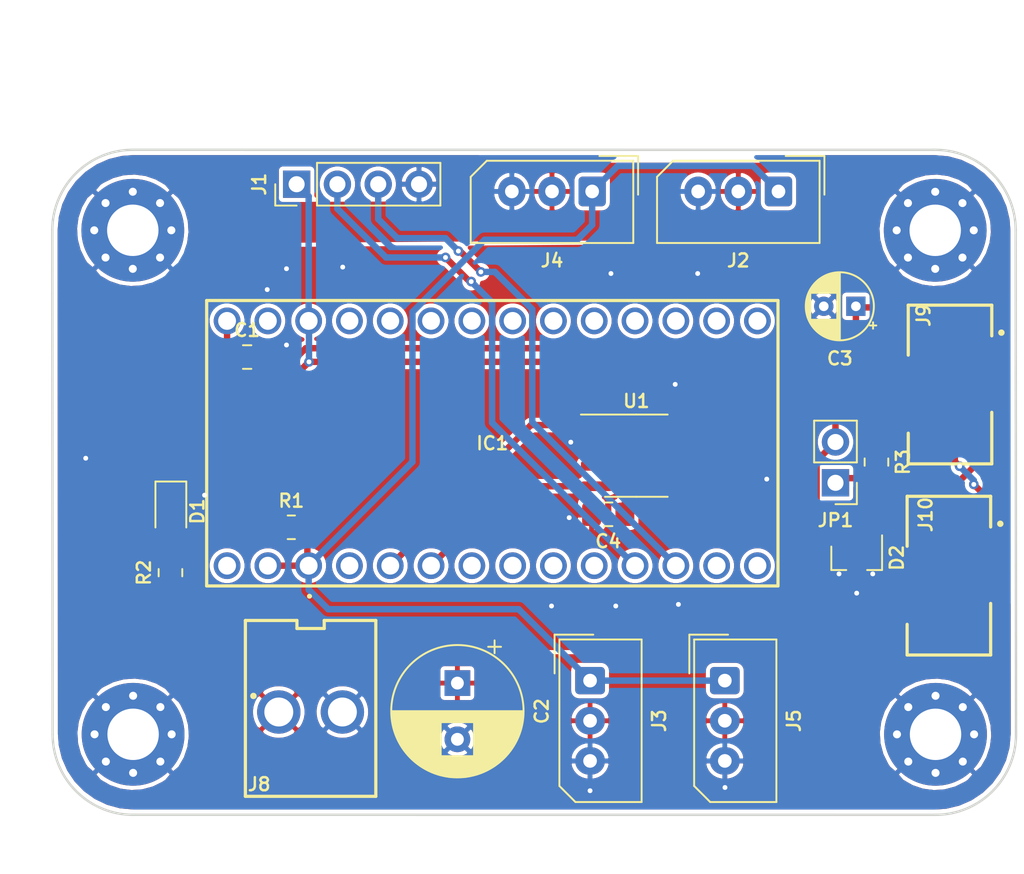
<source format=kicad_pcb>
(kicad_pcb (version 20171130) (host pcbnew "(5.1.8)-1")
  (layers (0 F.Cu signal) (31 B.Cu signal) (34 B.Paste user) (35 F.Paste user) (36 B.SilkS user) (37 F.SilkS user) (38 B.Mask user) (39 F.Mask user) (44 Edge.Cuts user))
  (net 0 "")
  (net 1 +5V)
  (net 2 GND)
  (net 3 +12V)
  (net 4 +3V3)
  (net 5 "Net-(D1-Pad2)")
  (net 6 /CANH)
  (net 7 /CANL)
  (net 8 /AX12_BUS)
  (net 9 "Net-(IC1-Pad36)")
  (net 10 "Net-(IC1-Pad25)")
  (net 11 "Net-(IC1-Pad23)")
  (net 12 "Net-(IC1-Pad22)")
  (net 13 "Net-(IC1-Pad21)")
  (net 14 "Net-(IC1-Pad20)")
  (net 15 "Net-(IC1-Pad19)")
  (net 16 "Net-(IC1-Pad18)")
  (net 17 "Net-(IC1-Pad17)")
  (net 18 "Net-(IC1-Pad16)")
  (net 19 "Net-(IC1-Pad15)")
  (net 20 "Net-(IC1-Pad14)")
  (net 21 "Net-(IC1-Pad13)")
  (net 22 "Net-(IC1-Pad12)")
  (net 23 "Net-(IC1-Pad11)")
  (net 24 /RX)
  (net 25 /TX)
  (net 26 "Net-(IC1-Pad8)")
  (net 27 "Net-(IC1-Pad7)")
  (net 28 "Net-(IC1-Pad6)")
  (net 29 "Net-(IC1-Pad5)")
  (net 30 /CANRX)
  (net 31 /CANTX)
  (net 32 "Net-(IC1-Pad2)")
  (net 33 "Net-(JP1-Pad1)")
  (net 34 "Net-(U1-Pad5)")
  (net 35 "Net-(U1-Pad8)")
  (module AREA_lib_Connector:690367290476 (layer F.Cu) (at 159.51 59.11 90)
    (fp_text reference J9 (at 4.3 -1.65 90) (layer F.SilkS) (effects (font (size 0.8128 0.8128) (thickness 0.1524))))
    (fp_text value Conn_CAN)
    (pad 1 smd rect (at 1.905 2.25 90) (size 1.5 3) (layers F.Cu F.Paste F.Mask) (net 1 +5V))
    (pad 3 smd rect (at -0.635 2.25 90) (size 1.5 3) (layers F.Cu F.Paste F.Mask) (net 7 /CANL))
    (pad 2 smd rect (at 0.635 -2.25 90) (size 1.5 3) (layers F.Cu F.Paste F.Mask) (net 6 /CANH))
    (pad 4 smd rect (at -1.905 -2.25 90) (size 1.5 3) (layers F.Cu F.Paste F.Mask) (net 2 GND))
  )
  (module AREA_lib_Connector:690367290476 (layer F.Cu) (at 159.44 71.01 90)
    (fp_text reference J10 (at 3.8 -1.45 90) (layer F.SilkS) (effects (font (size 0.8128 0.8128) (thickness 0.1524))))
    (fp_text value Conn_CAN)
    (pad 1 smd rect (at 1.905 2.25 90) (size 1.5 3) (layers F.Cu F.Paste F.Mask) (net 1 +5V))
    (pad 3 smd rect (at -0.635 2.25 90) (size 1.5 3) (layers F.Cu F.Paste F.Mask) (net 7 /CANL))
    (pad 2 smd rect (at 0.635 -2.25 90) (size 1.5 3) (layers F.Cu F.Paste F.Mask) (net 6 /CANH))
    (pad 4 smd rect (at -1.905 -2.25 90) (size 1.5 3) (layers F.Cu F.Paste F.Mask) (net 2 GND))
  )
  (module Connector_Molex:Molex_SPOX_5267-03A_1x03_P2.50mm_Vertical (layer F.Cu) (at 145.49 77.545001 270)
    (fp_text reference J5 (at 2.5 -4.3 90) (layer F.SilkS) (effects (font (size 0.8128 0.8128) (thickness 0.1524))))
    (fp_text value AX12)
    (pad 3 thru_hole oval (at 5 0 270) (size 1.7 1.85) (drill 0.85) (layers *.Cu *.Mask) (net 2 GND))
    (pad 2 thru_hole oval (at 2.5 0 270) (size 1.7 1.85) (drill 0.85) (layers *.Cu *.Mask) (net 3 +12V))
    (pad 1 thru_hole roundrect (at 0 0 270) (size 1.7 1.85) (drill 0.85) (layers *.Cu *.Mask) (roundrect_rratio 0.147059) (net 8 /AX12_BUS))
  )
  (module AREA_lib_composant:TEENSY32 (layer F.Cu) (at 119.58 70.39)
    (fp_text reference IC1 (at 11.435 -7.62) (layer F.SilkS) (effects (font (size 0.8128 0.8128) (thickness 0.1524))))
    (fp_text value TEENSY3.2 hide)
    (pad 1 thru_hole circle (at 0 0) (size 1.665 1.665) (drill 1.11) (layers *.Cu *.Mask) (net 8 /AX12_BUS))
    (pad 2 thru_hole circle (at 2.54 0) (size 1.665 1.665) (drill 1.11) (layers *.Cu *.Mask) (net 32 "Net-(IC1-Pad2)"))
    (pad 3 thru_hole circle (at 5.08 0) (size 1.665 1.665) (drill 1.11) (layers *.Cu *.Mask) (net 31 /CANTX))
    (pad 4 thru_hole circle (at 7.62 0) (size 1.665 1.665) (drill 1.11) (layers *.Cu *.Mask) (net 30 /CANRX))
    (pad 5 thru_hole circle (at 10.16 0) (size 1.665 1.665) (drill 1.11) (layers *.Cu *.Mask) (net 29 "Net-(IC1-Pad5)"))
    (pad 6 thru_hole circle (at 12.7 0) (size 1.665 1.665) (drill 1.11) (layers *.Cu *.Mask) (net 28 "Net-(IC1-Pad6)"))
    (pad 7 thru_hole circle (at 15.24 0) (size 1.665 1.665) (drill 1.11) (layers *.Cu *.Mask) (net 27 "Net-(IC1-Pad7)"))
    (pad 8 thru_hole circle (at 17.78 0) (size 1.665 1.665) (drill 1.11) (layers *.Cu *.Mask) (net 26 "Net-(IC1-Pad8)"))
    (pad 9 thru_hole circle (at 20.32 0) (size 1.665 1.665) (drill 1.11) (layers *.Cu *.Mask) (net 25 /TX))
    (pad 10 thru_hole circle (at 22.86 0) (size 1.665 1.665) (drill 1.11) (layers *.Cu *.Mask) (net 24 /RX))
    (pad 11 thru_hole circle (at 25.4 0) (size 1.665 1.665) (drill 1.11) (layers *.Cu *.Mask) (net 23 "Net-(IC1-Pad11)"))
    (pad 12 thru_hole circle (at 27.94 0) (size 1.665 1.665) (drill 1.11) (layers *.Cu *.Mask) (net 22 "Net-(IC1-Pad12)"))
    (pad 13 thru_hole circle (at 27.94 -15.24) (size 1.665 1.665) (drill 1.11) (layers *.Cu *.Mask) (net 21 "Net-(IC1-Pad13)"))
    (pad 14 thru_hole circle (at 25.4 -15.24) (size 1.665 1.665) (drill 1.11) (layers *.Cu *.Mask) (net 20 "Net-(IC1-Pad14)"))
    (pad 15 thru_hole circle (at 22.86 -15.24) (size 1.665 1.665) (drill 1.11) (layers *.Cu *.Mask) (net 19 "Net-(IC1-Pad15)"))
    (pad 16 thru_hole circle (at 20.32 -15.24) (size 1.665 1.665) (drill 1.11) (layers *.Cu *.Mask) (net 18 "Net-(IC1-Pad16)"))
    (pad 17 thru_hole circle (at 17.78 -15.24) (size 1.665 1.665) (drill 1.11) (layers *.Cu *.Mask) (net 17 "Net-(IC1-Pad17)"))
    (pad 18 thru_hole circle (at 15.24 -15.24) (size 1.665 1.665) (drill 1.11) (layers *.Cu *.Mask) (net 16 "Net-(IC1-Pad18)"))
    (pad 19 thru_hole circle (at 12.7 -15.24) (size 1.665 1.665) (drill 1.11) (layers *.Cu *.Mask) (net 15 "Net-(IC1-Pad19)"))
    (pad 20 thru_hole circle (at 10.16 -15.24) (size 1.665 1.665) (drill 1.11) (layers *.Cu *.Mask) (net 14 "Net-(IC1-Pad20)"))
    (pad 21 thru_hole circle (at 7.62 -15.24) (size 1.665 1.665) (drill 1.11) (layers *.Cu *.Mask) (net 13 "Net-(IC1-Pad21)"))
    (pad 22 thru_hole circle (at 5.08 -15.24) (size 1.665 1.665) (drill 1.11) (layers *.Cu *.Mask) (net 12 "Net-(IC1-Pad22)"))
    (pad 23 thru_hole circle (at 2.54 -15.24) (size 1.665 1.665) (drill 1.11) (layers *.Cu *.Mask) (net 11 "Net-(IC1-Pad23)"))
    (pad 24 thru_hole circle (at 0 -15.24) (size 1.665 1.665) (drill 1.11) (layers *.Cu *.Mask) (net 4 +3V3))
    (pad 25 thru_hole circle (at -2.54 -15.24) (size 1.665 1.665) (drill 1.11) (layers *.Cu *.Mask) (net 10 "Net-(IC1-Pad25)"))
    (pad 26 thru_hole circle (at -5.08 -15.24) (size 1.665 1.665) (drill 1.11) (layers *.Cu *.Mask) (net 1 +5V))
    (pad 36 thru_hole circle (at -5.08 0) (size 1.665 1.665) (drill 1.11) (layers *.Cu *.Mask) (net 9 "Net-(IC1-Pad36)"))
    (pad 37 thru_hole circle (at -2.54 0) (size 1.665 1.665) (drill 1.11) (layers *.Cu *.Mask) (net 8 /AX12_BUS))
  )
  (module Connector_Molex:Molex_SPOX_5267-03A_1x03_P2.50mm_Vertical (layer F.Cu) (at 137.1 77.545001 270)
    (fp_text reference J3 (at 2.5 -4.3 270) (layer F.SilkS) (effects (font (size 0.8128 0.8128) (thickness 0.1524))))
    (fp_text value AX12)
    (pad 3 thru_hole oval (at 5 0 270) (size 1.7 1.85) (drill 0.85) (layers *.Cu *.Mask) (net 2 GND))
    (pad 2 thru_hole oval (at 2.5 0 270) (size 1.7 1.85) (drill 0.85) (layers *.Cu *.Mask) (net 3 +12V))
    (pad 1 thru_hole roundrect (at 0 0 270) (size 1.7 1.85) (drill 0.85) (layers *.Cu *.Mask) (roundrect_rratio 0.147059) (net 8 /AX12_BUS))
  )
  (module MountingHole:MountingHole_3.2mm_M3_Pad_Via (layer F.Cu) (at 108.63 49.508763)
    (fp_text reference H4)
    (fp_text value MountingHole_Pad)
    (pad 1 thru_hole circle (at 1.697056 -1.697056) (size 0.8 0.8) (drill 0.5) (layers *.Cu *.Mask) (net 2 GND))
    (pad 1 thru_hole circle (at 0 -2.4) (size 0.8 0.8) (drill 0.5) (layers *.Cu *.Mask) (net 2 GND))
    (pad 1 thru_hole circle (at -1.697056 -1.697056) (size 0.8 0.8) (drill 0.5) (layers *.Cu *.Mask) (net 2 GND))
    (pad 1 thru_hole circle (at -2.4 0) (size 0.8 0.8) (drill 0.5) (layers *.Cu *.Mask) (net 2 GND))
    (pad 1 thru_hole circle (at -1.697056 1.697056) (size 0.8 0.8) (drill 0.5) (layers *.Cu *.Mask) (net 2 GND))
    (pad 1 thru_hole circle (at 0 2.4) (size 0.8 0.8) (drill 0.5) (layers *.Cu *.Mask) (net 2 GND))
    (pad 1 thru_hole circle (at 1.697056 1.697056) (size 0.8 0.8) (drill 0.5) (layers *.Cu *.Mask) (net 2 GND))
    (pad 1 thru_hole circle (at 2.4 0) (size 0.8 0.8) (drill 0.5) (layers *.Cu *.Mask) (net 2 GND))
    (pad 1 thru_hole circle (at 0 0) (size 6.4 6.4) (drill 3.2) (layers *.Cu *.Mask) (net 2 GND))
  )
  (module MountingHole:MountingHole_3.2mm_M3_Pad_Via (layer F.Cu) (at 158.588763 49.51)
    (fp_text reference H3)
    (fp_text value MountingHole_Pad hide)
    (pad 1 thru_hole circle (at 1.697056 -1.697056) (size 0.8 0.8) (drill 0.5) (layers *.Cu *.Mask) (net 2 GND))
    (pad 1 thru_hole circle (at 0 -2.4) (size 0.8 0.8) (drill 0.5) (layers *.Cu *.Mask) (net 2 GND))
    (pad 1 thru_hole circle (at -1.697056 -1.697056) (size 0.8 0.8) (drill 0.5) (layers *.Cu *.Mask) (net 2 GND))
    (pad 1 thru_hole circle (at -2.4 0) (size 0.8 0.8) (drill 0.5) (layers *.Cu *.Mask) (net 2 GND))
    (pad 1 thru_hole circle (at -1.697056 1.697056) (size 0.8 0.8) (drill 0.5) (layers *.Cu *.Mask) (net 2 GND))
    (pad 1 thru_hole circle (at 0 2.4) (size 0.8 0.8) (drill 0.5) (layers *.Cu *.Mask) (net 2 GND))
    (pad 1 thru_hole circle (at 1.697056 1.697056) (size 0.8 0.8) (drill 0.5) (layers *.Cu *.Mask) (net 2 GND))
    (pad 1 thru_hole circle (at 2.4 0) (size 0.8 0.8) (drill 0.5) (layers *.Cu *.Mask) (net 2 GND))
    (pad 1 thru_hole circle (at 0 0) (size 6.4 6.4) (drill 3.2) (layers *.Cu *.Mask) (net 2 GND))
  )
  (module MountingHole:MountingHole_3.2mm_M3_Pad_Via (layer F.Cu) (at 158.608763 80.89)
    (fp_text reference H2)
    (fp_text value MountingHole_Pad)
    (pad 1 thru_hole circle (at 1.697056 -1.697056) (size 0.8 0.8) (drill 0.5) (layers *.Cu *.Mask) (net 2 GND))
    (pad 1 thru_hole circle (at 0 -2.4) (size 0.8 0.8) (drill 0.5) (layers *.Cu *.Mask) (net 2 GND))
    (pad 1 thru_hole circle (at -1.697056 -1.697056) (size 0.8 0.8) (drill 0.5) (layers *.Cu *.Mask) (net 2 GND))
    (pad 1 thru_hole circle (at -2.4 0) (size 0.8 0.8) (drill 0.5) (layers *.Cu *.Mask) (net 2 GND))
    (pad 1 thru_hole circle (at -1.697056 1.697056) (size 0.8 0.8) (drill 0.5) (layers *.Cu *.Mask) (net 2 GND))
    (pad 1 thru_hole circle (at 0 2.4) (size 0.8 0.8) (drill 0.5) (layers *.Cu *.Mask) (net 2 GND))
    (pad 1 thru_hole circle (at 1.697056 1.697056) (size 0.8 0.8) (drill 0.5) (layers *.Cu *.Mask) (net 2 GND))
    (pad 1 thru_hole circle (at 2.4 0) (size 0.8 0.8) (drill 0.5) (layers *.Cu *.Mask) (net 2 GND))
    (pad 1 thru_hole circle (at 0 0) (size 6.4 6.4) (drill 3.2) (layers *.Cu *.Mask) (net 2 GND))
  )
  (module MountingHole:MountingHole_3.2mm_M3_Pad_Via (layer F.Cu) (at 108.65 80.888763)
    (fp_text reference H1)
    (fp_text value MountingHole_Pad)
    (pad 1 thru_hole circle (at 1.697056 -1.697056) (size 0.8 0.8) (drill 0.5) (layers *.Cu *.Mask) (net 2 GND))
    (pad 1 thru_hole circle (at 0 -2.4) (size 0.8 0.8) (drill 0.5) (layers *.Cu *.Mask) (net 2 GND))
    (pad 1 thru_hole circle (at -1.697056 -1.697056) (size 0.8 0.8) (drill 0.5) (layers *.Cu *.Mask) (net 2 GND))
    (pad 1 thru_hole circle (at -2.4 0) (size 0.8 0.8) (drill 0.5) (layers *.Cu *.Mask) (net 2 GND))
    (pad 1 thru_hole circle (at -1.697056 1.697056) (size 0.8 0.8) (drill 0.5) (layers *.Cu *.Mask) (net 2 GND))
    (pad 1 thru_hole circle (at 0 2.4) (size 0.8 0.8) (drill 0.5) (layers *.Cu *.Mask) (net 2 GND))
    (pad 1 thru_hole circle (at 1.697056 1.697056) (size 0.8 0.8) (drill 0.5) (layers *.Cu *.Mask) (net 2 GND))
    (pad 1 thru_hole circle (at 2.4 0) (size 0.8 0.8) (drill 0.5) (layers *.Cu *.Mask) (net 2 GND))
    (pad 1 thru_hole circle (at 0 0) (size 6.4 6.4) (drill 3.2) (layers *.Cu *.Mask) (net 2 GND))
  )
  (module Capacitor_THT:CP_Radial_D8.0mm_P3.50mm (layer F.Cu) (at 128.84 77.7 270)
    (fp_text reference C2 (at 1.75 -5.25 90) (layer F.SilkS) (effects (font (size 0.8128 0.8128) (thickness 0.1524))))
    (fp_text value 100u)
    (pad 2 thru_hole circle (at 3.5 0 270) (size 1.6 1.6) (drill 0.8) (layers *.Cu *.Mask) (net 2 GND))
    (pad 1 thru_hole rect (at 0 0 270) (size 1.6 1.6) (drill 0.8) (layers *.Cu *.Mask) (net 3 +12V))
  )
  (module Capacitor_THT:CP_Radial_D4.0mm_P2.00mm (layer F.Cu) (at 153.65 54.24 180)
    (fp_text reference C3 (at 1 -3.25) (layer F.SilkS) (effects (font (size 0.8128 0.8128) (thickness 0.1524))))
    (fp_text value 10u)
    (pad 2 thru_hole circle (at 2 0 180) (size 1.2 1.2) (drill 0.6) (layers *.Cu *.Mask) (net 2 GND))
    (pad 1 thru_hole rect (at 0 0 180) (size 1.2 1.2) (drill 0.6) (layers *.Cu *.Mask) (net 1 +5V))
  )
  (module LED_SMD:LED_0805_2012Metric_Pad1.15x1.40mm_HandSolder (layer F.Cu) (at 111 67.01 270)
    (fp_text reference D1 (at 0 -1.65 90) (layer F.SilkS) (effects (font (size 0.8128 0.8128) (thickness 0.1524))))
    (fp_text value LED_12V)
    (pad 2 smd roundrect (at 1.025 0 270) (size 1.15 1.4) (layers F.Cu F.Paste F.Mask) (roundrect_rratio 0.217391) (net 5 "Net-(D1-Pad2)"))
    (pad 1 smd roundrect (at -1.025 0 270) (size 1.15 1.4) (layers F.Cu F.Paste F.Mask) (roundrect_rratio 0.217391) (net 2 GND))
  )
  (module Package_TO_SOT_SMD:SOT-23 (layer F.Cu) (at 153.7 69.9 270)
    (fp_text reference D2 (at 0 -2.5 90) (layer F.SilkS) (effects (font (size 0.8128 0.8128) (thickness 0.1524))))
    (fp_text value TVS)
    (pad 3 smd rect (at 1 0 270) (size 0.9 0.8) (layers F.Cu F.Paste F.Mask) (net 2 GND))
    (pad 2 smd rect (at -1 0.95 270) (size 0.9 0.8) (layers F.Cu F.Paste F.Mask) (net 7 /CANL))
    (pad 1 smd rect (at -1 -0.95 270) (size 0.9 0.8) (layers F.Cu F.Paste F.Mask) (net 6 /CANH))
  )
  (module Connector_PinHeader_2.54mm:PinHeader_1x04_P2.54mm_Vertical (layer F.Cu) (at 118.83 46.64 90)
    (fp_text reference J1 (at 0 -2.33 90) (layer F.SilkS) (effects (font (size 0.8128 0.8128) (thickness 0.1524))))
    (fp_text value uart)
    (pad 4 thru_hole oval (at 0 7.62 90) (size 1.7 1.7) (drill 1) (layers *.Cu *.Mask) (net 2 GND))
    (pad 3 thru_hole oval (at 0 5.08 90) (size 1.7 1.7) (drill 1) (layers *.Cu *.Mask) (net 24 /RX))
    (pad 2 thru_hole oval (at 0 2.54 90) (size 1.7 1.7) (drill 1) (layers *.Cu *.Mask) (net 25 /TX))
    (pad 1 thru_hole rect (at 0 0 90) (size 1.7 1.7) (drill 1) (layers *.Cu *.Mask) (net 4 +3V3))
  )
  (module Connector_Molex:Molex_SPOX_5267-03A_1x03_P2.50mm_Vertical (layer F.Cu) (at 148.83 47.09 180)
    (fp_text reference J2 (at 2.5 -4.3) (layer F.SilkS) (effects (font (size 0.8128 0.8128) (thickness 0.1524))))
    (fp_text value AX12)
    (pad 3 thru_hole oval (at 5 0 180) (size 1.7 1.85) (drill 0.85) (layers *.Cu *.Mask) (net 2 GND))
    (pad 2 thru_hole oval (at 2.5 0 180) (size 1.7 1.85) (drill 0.85) (layers *.Cu *.Mask) (net 3 +12V))
    (pad 1 thru_hole roundrect (at 0 0 180) (size 1.7 1.85) (drill 0.85) (layers *.Cu *.Mask) (roundrect_rratio 0.147059) (net 8 /AX12_BUS))
  )
  (module Connector_Molex:Molex_SPOX_5267-03A_1x03_P2.50mm_Vertical (layer F.Cu) (at 137.23 47.09 180)
    (fp_text reference J4 (at 2.5 -4.3) (layer F.SilkS) (effects (font (size 0.8128 0.8128) (thickness 0.1524))))
    (fp_text value AX12)
    (pad 3 thru_hole oval (at 5 0 180) (size 1.7 1.85) (drill 0.85) (layers *.Cu *.Mask) (net 2 GND))
    (pad 2 thru_hole oval (at 2.5 0 180) (size 1.7 1.85) (drill 0.85) (layers *.Cu *.Mask) (net 3 +12V))
    (pad 1 thru_hole roundrect (at 0 0 180) (size 1.7 1.85) (drill 0.85) (layers *.Cu *.Mask) (roundrect_rratio 0.147059) (net 8 /AX12_BUS))
  )
  (module AREA_lib_Connector:Wuerth_3.96mm_2pin_645002114822 (layer F.Cu) (at 119.7 79 180)
    (fp_text reference J8 (at 3.2 -5) (layer F.SilkS) (effects (font (size 0.8128 0.8128) (thickness 0.1524))))
    (fp_text value 12VP)
    (pad 1 thru_hole circle (at 1.98 -0.5 180) (size 2.7 2.7) (drill 1.8) (layers *.Cu *.Mask) (net 3 +12V))
    (pad 2 thru_hole circle (at -1.98 -0.5 180) (size 2.7 2.7) (drill 1.8) (layers *.Cu *.Mask) (net 2 GND))
  )
  (module Connector_PinHeader_2.54mm:PinHeader_1x02_P2.54mm_Vertical (layer F.Cu) (at 152.38 65.23 180)
    (fp_text reference JP1 (at 0 -2.33) (layer F.SilkS) (effects (font (size 0.8128 0.8128) (thickness 0.1524))))
    (fp_text value 120)
    (pad 2 thru_hole oval (at 0 2.54 180) (size 1.7 1.7) (drill 1) (layers *.Cu *.Mask) (net 7 /CANL))
    (pad 1 thru_hole rect (at 0 0 180) (size 1.7 1.7) (drill 1) (layers *.Cu *.Mask) (net 33 "Net-(JP1-Pad1)"))
  )
  (module Package_SO:SOIC-8_3.9x4.9mm_P1.27mm (layer F.Cu) (at 139.98 63.54)
    (fp_text reference U1 (at 0 -3.4) (layer F.SilkS) (effects (font (size 0.8128 0.8128) (thickness 0.1524))))
    (fp_text value SN65HVD232)
    (pad 8 smd roundrect (at 2.475 -1.905) (size 1.95 0.6) (layers F.Cu F.Paste F.Mask) (net 35 "Net-(U1-Pad8)"))
    (pad 7 smd roundrect (at 2.475 -0.635) (size 1.95 0.6) (layers F.Cu F.Paste F.Mask) (net 6 /CANH))
    (pad 6 smd roundrect (at 2.475 0.635) (size 1.95 0.6) (layers F.Cu F.Paste F.Mask) (net 7 /CANL))
    (pad 5 smd roundrect (at 2.475 1.905) (size 1.95 0.6) (layers F.Cu F.Paste F.Mask) (net 34 "Net-(U1-Pad5)"))
    (pad 4 smd roundrect (at -2.475 1.905) (size 1.95 0.6) (layers F.Cu F.Paste F.Mask) (net 30 /CANRX))
    (pad 3 smd roundrect (at -2.475 0.635) (size 1.95 0.6) (layers F.Cu F.Paste F.Mask) (net 4 +3V3))
    (pad 2 smd roundrect (at -2.475 -0.635) (size 1.95 0.6) (layers F.Cu F.Paste F.Mask) (net 2 GND))
    (pad 1 smd roundrect (at -2.475 -1.905) (size 1.95 0.6) (layers F.Cu F.Paste F.Mask) (net 31 /CANTX))
  )
  (module Capacitor_SMD:C_0805_2012Metric_Pad1.18x1.45mm_HandSolder (layer F.Cu) (at 115.75 57.4)
    (fp_text reference C1 (at 0 -1.68) (layer F.SilkS) (effects (font (size 0.8128 0.8128) (thickness 0.1524))))
    (fp_text value 100n)
    (pad 1 smd roundrect (at -1.0375 0) (size 1.175 1.45) (layers F.Cu F.Paste F.Mask) (roundrect_rratio 0.212766) (net 1 +5V))
    (pad 2 smd roundrect (at 1.0375 0) (size 1.175 1.45) (layers F.Cu F.Paste F.Mask) (roundrect_rratio 0.212766) (net 2 GND))
  )
  (module Capacitor_SMD:C_0805_2012Metric_Pad1.18x1.45mm_HandSolder (layer F.Cu) (at 138.23 67.19 180)
    (fp_text reference C4 (at 0 -1.68) (layer F.SilkS) (effects (font (size 0.8128 0.8128) (thickness 0.1524))))
    (fp_text value 100n)
    (pad 2 smd roundrect (at 1.0375 0 180) (size 1.175 1.45) (layers F.Cu F.Paste F.Mask) (roundrect_rratio 0.212766) (net 2 GND))
    (pad 1 smd roundrect (at -1.0375 0 180) (size 1.175 1.45) (layers F.Cu F.Paste F.Mask) (roundrect_rratio 0.212766) (net 4 +3V3))
  )
  (module Resistor_SMD:R_0805_2012Metric_Pad1.20x1.40mm_HandSolder (layer F.Cu) (at 118.5 68)
    (fp_text reference R1 (at 0 -1.65) (layer F.SilkS) (effects (font (size 0.8128 0.8128) (thickness 0.1524))))
    (fp_text value 1.5K)
    (pad 1 smd roundrect (at -1 0) (size 1.2 1.4) (layers F.Cu F.Paste F.Mask) (roundrect_rratio 0.208333) (net 4 +3V3))
    (pad 2 smd roundrect (at 1 0) (size 1.2 1.4) (layers F.Cu F.Paste F.Mask) (roundrect_rratio 0.208333) (net 8 /AX12_BUS))
  )
  (module Resistor_SMD:R_0805_2012Metric_Pad1.20x1.40mm_HandSolder (layer F.Cu) (at 110.975001 70.824999 90)
    (fp_text reference R2 (at 0 -1.65 90) (layer F.SilkS) (effects (font (size 0.8128 0.8128) (thickness 0.1524))))
    (fp_text value 2k)
    (pad 2 smd roundrect (at 1 0 90) (size 1.2 1.4) (layers F.Cu F.Paste F.Mask) (roundrect_rratio 0.208333) (net 5 "Net-(D1-Pad2)"))
    (pad 1 smd roundrect (at -1 0 90) (size 1.2 1.4) (layers F.Cu F.Paste F.Mask) (roundrect_rratio 0.208333) (net 3 +12V))
  )
  (module Resistor_SMD:R_0805_2012Metric_Pad1.20x1.40mm_HandSolder (layer F.Cu) (at 154.93 63.94 270)
    (fp_text reference R3 (at 0 -1.65 90) (layer F.SilkS) (effects (font (size 0.8128 0.8128) (thickness 0.1524))))
    (fp_text value 120)
    (pad 1 smd roundrect (at -1 0 270) (size 1.2 1.4) (layers F.Cu F.Paste F.Mask) (roundrect_rratio 0.208333) (net 6 /CANH))
    (pad 2 smd roundrect (at 1 0 270) (size 1.2 1.4) (layers F.Cu F.Paste F.Mask) (roundrect_rratio 0.208333) (net 33 "Net-(JP1-Pad1)"))
  )
  (gr_line (start 158.608763 85.901237) (end 108.65 85.9) (layer Edge.Cuts) (width 0.15))
  (gr_line (start 158.588763 44.498763) (end 108.63 44.497526) (layer Edge.Cuts) (width 0.15))
  (gr_line (start 103.638763 80.888763) (end 103.618763 49.508763) (layer Edge.Cuts) (width 0.15))
  (gr_arc (start 108.63 49.508763) (end 108.63 44.497526) (angle -90) (layer Edge.Cuts) (width 0.15))
  (gr_arc (start 108.65 80.888763) (end 103.638763 80.888763) (angle -90) (layer Edge.Cuts) (width 0.15))
  (gr_line (start 163.6 49.51) (end 163.62 80.89) (layer Edge.Cuts) (width 0.15))
  (gr_arc (start 158.608763 80.89) (end 158.608763 85.901237) (angle -90) (layer Edge.Cuts) (width 0.15))
  (gr_arc (start 158.588763 49.51) (end 163.6 49.51) (angle -90) (layer Edge.Cuts) (width 0.15))
  (segment (start 114.5 57.1875) (end 114.7125 57.4) (width 0.4) (layer F.Cu) (net 1))
  (segment (start 114.5 55.15) (end 114.5 57.1875) (width 0.4) (layer F.Cu) (net 1))
  (segment (start 153.65 56.04) (end 153.65 54.24) (width 0.4) (layer F.Cu) (net 1))
  (segment (start 152.84 56.85) (end 153.65 56.04) (width 0.4) (layer F.Cu) (net 1))
  (segment (start 119.4 56.85) (end 152.84 56.85) (width 0.4) (layer F.Cu) (net 1))
  (segment (start 117.4 58.85) (end 119.4 56.85) (width 0.4) (layer F.Cu) (net 1))
  (segment (start 115.25 58.85) (end 117.4 58.85) (width 0.4) (layer F.Cu) (net 1))
  (segment (start 114.7125 58.3125) (end 115.25 58.85) (width 0.4) (layer F.Cu) (net 1))
  (segment (start 114.7125 57.4) (end 114.7125 58.3125) (width 0.4) (layer F.Cu) (net 1))
  (segment (start 153.72 54.31) (end 153.65 54.24) (width 0.4) (layer F.Cu) (net 1))
  (segment (start 161.36 54.31) (end 153.72 54.31) (width 0.4) (layer F.Cu) (net 1))
  (segment (start 161.76 54.71) (end 161.36 54.31) (width 0.4) (layer F.Cu) (net 1))
  (segment (start 161.76 57.205) (end 161.76 54.71) (width 0.4) (layer F.Cu) (net 1))
  (segment (start 161.69 66.03) (end 160.99 65.33) (width 0.4) (layer F.Cu) (net 1))
  (via (at 160.99 65.33) (size 0.6) (drill 0.3) (layers F.Cu B.Cu) (net 1))
  (segment (start 161.69 69.105) (end 161.69 66.03) (width 0.4) (layer F.Cu) (net 1))
  (via (at 160.11 64.2) (size 0.6) (drill 0.3) (layers F.Cu B.Cu) (net 1))
  (segment (start 160.99 65.08) (end 160.11 64.2) (width 0.4) (layer B.Cu) (net 1))
  (segment (start 160.99 65.33) (end 160.99 65.08) (width 0.4) (layer B.Cu) (net 1))
  (segment (start 159.86 57.205) (end 161.76 57.205) (width 0.4) (layer F.Cu) (net 1))
  (segment (start 159.810001 57.254999) (end 159.86 57.205) (width 0.4) (layer F.Cu) (net 1))
  (segment (start 159.810001 63.900001) (end 159.810001 57.254999) (width 0.4) (layer F.Cu) (net 1))
  (segment (start 160.11 64.2) (end 159.810001 63.900001) (width 0.4) (layer F.Cu) (net 1))
  (via (at 113.1 66) (size 0.6) (drill 0.3) (layers F.Cu B.Cu) (net 2))
  (segment (start 113.085 65.985) (end 113.1 66) (width 0.4) (layer F.Cu) (net 2))
  (segment (start 111 65.985) (end 113.085 65.985) (width 0.4) (layer F.Cu) (net 2))
  (via (at 135.9 62.7) (size 0.6) (drill 0.3) (layers F.Cu B.Cu) (net 2))
  (segment (start 136.105 62.905) (end 135.9 62.7) (width 0.4) (layer F.Cu) (net 2))
  (segment (start 137.505 62.905) (end 136.105 62.905) (width 0.4) (layer F.Cu) (net 2))
  (via (at 135.8 67.4) (size 0.6) (drill 0.3) (layers F.Cu B.Cu) (net 2))
  (segment (start 136.01 67.19) (end 135.8 67.4) (width 0.4) (layer F.Cu) (net 2))
  (segment (start 137.1925 67.19) (end 136.01 67.19) (width 0.4) (layer F.Cu) (net 2))
  (via (at 137.1 84.4) (size 0.6) (drill 0.3) (layers F.Cu B.Cu) (net 2))
  (via (at 145.5 84.2) (size 0.6) (drill 0.3) (layers F.Cu B.Cu) (net 2))
  (via (at 153.7 72.1) (size 0.6) (drill 0.3) (layers F.Cu B.Cu) (net 2))
  (via (at 154.7 70.9) (size 0.6) (drill 0.3) (layers F.Cu B.Cu) (net 2))
  (via (at 152.6 70.9) (size 0.6) (drill 0.3) (layers F.Cu B.Cu) (net 2))
  (via (at 134.7 72.9) (size 0.6) (drill 0.3) (layers F.Cu B.Cu) (net 2))
  (via (at 142.6 72.8) (size 0.6) (drill 0.3) (layers F.Cu B.Cu) (net 2))
  (via (at 138.7 72.9) (size 0.6) (drill 0.3) (layers F.Cu B.Cu) (net 2))
  (via (at 142.4 59.1) (size 0.6) (drill 0.3) (layers F.Cu B.Cu) (net 2))
  (via (at 148.1 65) (size 0.6) (drill 0.3) (layers F.Cu B.Cu) (net 2))
  (via (at 143.8 52.2) (size 0.6) (drill 0.3) (layers F.Cu B.Cu) (net 2))
  (via (at 138.4 52.2) (size 0.6) (drill 0.3) (layers F.Cu B.Cu) (net 2))
  (via (at 121.7 51.8) (size 0.6) (drill 0.3) (layers F.Cu B.Cu) (net 2))
  (via (at 118.2 51.9) (size 0.6) (drill 0.3) (layers F.Cu B.Cu) (net 2))
  (via (at 117 53.2) (size 0.6) (drill 0.3) (layers F.Cu B.Cu) (net 2))
  (via (at 105.7 63.7) (size 0.6) (drill 0.3) (layers F.Cu B.Cu) (net 2))
  (via (at 118.2 56.65) (size 0.6) (drill 0.3) (layers F.Cu B.Cu) (net 2))
  (segment (start 119.58 47.39) (end 118.83 46.64) (width 0.4) (layer B.Cu) (net 4))
  (segment (start 119.58 55.15) (end 119.58 47.39) (width 0.4) (layer B.Cu) (net 4))
  (segment (start 137.505 64.175) (end 138.975 64.175) (width 0.4) (layer F.Cu) (net 4))
  (segment (start 138.975 64.175) (end 139.2675 64.4675) (width 0.4) (layer F.Cu) (net 4))
  (via (at 119.6 57.7) (size 0.6) (drill 0.3) (layers F.Cu B.Cu) (net 4))
  (segment (start 117.5 59.8) (end 119.6 57.7) (width 0.4) (layer F.Cu) (net 4))
  (segment (start 117.5 68) (end 117.5 59.8) (width 0.4) (layer F.Cu) (net 4))
  (segment (start 119.6 55.17) (end 119.58 55.15) (width 0.4) (layer B.Cu) (net 4))
  (segment (start 119.6 57.7) (end 119.6 55.17) (width 0.4) (layer B.Cu) (net 4))
  (segment (start 139.3 63.85) (end 138.975 64.175) (width 0.4) (layer F.Cu) (net 4))
  (segment (start 139.3 61.3) (end 139.3 63.85) (width 0.4) (layer F.Cu) (net 4))
  (segment (start 135.7 57.7) (end 139.3 61.3) (width 0.4) (layer F.Cu) (net 4))
  (segment (start 119.6 57.7) (end 135.7 57.7) (width 0.4) (layer F.Cu) (net 4))
  (segment (start 139.2675 64.4675) (end 139.2675 64.7325) (width 0.4) (layer F.Cu) (net 4))
  (segment (start 139.2675 64.7325) (end 139.2675 67.19) (width 0.4) (layer F.Cu) (net 4))
  (segment (start 139.3 64.435) (end 139.2675 64.4675) (width 0.4) (layer F.Cu) (net 4))
  (segment (start 139.3 63.85) (end 139.3 64.435) (width 0.4) (layer F.Cu) (net 4))
  (segment (start 110.975001 68.059999) (end 111 68.035) (width 0.4) (layer F.Cu) (net 5))
  (segment (start 110.975001 69.824999) (end 110.975001 68.059999) (width 0.4) (layer F.Cu) (net 5))
  (segment (start 142.455 62.905) (end 144.195 62.905) (width 0.4) (layer F.Cu) (net 6))
  (segment (start 144.195 62.905) (end 148.1 59) (width 0.4) (layer F.Cu) (net 6))
  (segment (start 148.1 59) (end 154.1 59) (width 0.4) (layer F.Cu) (net 6))
  (segment (start 154.93 59.83) (end 154.93 62.94) (width 0.4) (layer F.Cu) (net 6))
  (segment (start 154.1 59) (end 154.93 59.83) (width 0.4) (layer F.Cu) (net 6))
  (segment (start 155.95701 66.49299) (end 154.65 67.8) (width 0.4) (layer F.Cu) (net 6))
  (segment (start 154.65 67.8) (end 154.65 68.9) (width 0.4) (layer F.Cu) (net 6))
  (segment (start 155.95701 64.350992) (end 155.95701 66.49299) (width 0.4) (layer F.Cu) (net 6))
  (segment (start 154.93 62.94) (end 154.93 63.323982) (width 0.4) (layer F.Cu) (net 6))
  (segment (start 154.93 63.323982) (end 155.95701 64.350992) (width 0.4) (layer F.Cu) (net 6))
  (segment (start 154.65 68.9) (end 154.65 69.91) (width 0.4) (layer F.Cu) (net 6))
  (segment (start 155.115 70.375) (end 157.19 70.375) (width 0.4) (layer F.Cu) (net 6))
  (segment (start 154.65 69.91) (end 155.115 70.375) (width 0.4) (layer F.Cu) (net 6))
  (segment (start 157.19 64.924696) (end 157.19 70.375) (width 0.4) (layer F.Cu) (net 6))
  (segment (start 159.14 59.66) (end 159.14 62.974696) (width 0.4) (layer F.Cu) (net 6))
  (segment (start 159.14 62.974696) (end 157.19 64.924696) (width 0.4) (layer F.Cu) (net 6))
  (segment (start 157.955 58.475) (end 159.14 59.66) (width 0.4) (layer F.Cu) (net 6))
  (segment (start 157.26 58.475) (end 157.955 58.475) (width 0.4) (layer F.Cu) (net 6))
  (segment (start 142.455 64.175) (end 144.125 64.175) (width 0.4) (layer F.Cu) (net 7))
  (segment (start 144.125 64.175) (end 148.6 59.7) (width 0.4) (layer F.Cu) (net 7))
  (segment (start 148.6 59.7) (end 151.8 59.7) (width 0.4) (layer F.Cu) (net 7))
  (segment (start 152.38 60.28) (end 152.38 62.69) (width 0.4) (layer F.Cu) (net 7))
  (segment (start 151.8 59.7) (end 152.38 60.28) (width 0.4) (layer F.Cu) (net 7))
  (segment (start 151.202999 67.352999) (end 152.75 68.9) (width 0.4) (layer F.Cu) (net 7))
  (segment (start 151.202999 63.867001) (end 151.202999 67.352999) (width 0.4) (layer F.Cu) (net 7))
  (segment (start 152.38 62.69) (end 151.202999 63.867001) (width 0.4) (layer F.Cu) (net 7))
  (segment (start 151.972999 69.677001) (end 151.972999 72.822999) (width 0.4) (layer F.Cu) (net 7))
  (segment (start 152.75 68.9) (end 151.972999 69.677001) (width 0.4) (layer F.Cu) (net 7))
  (segment (start 151.972999 72.822999) (end 154.27 75.12) (width 0.4) (layer F.Cu) (net 7))
  (segment (start 154.27 75.12) (end 161.14 75.12) (width 0.4) (layer F.Cu) (net 7))
  (segment (start 161.69 74.57) (end 161.69 71.645) (width 0.4) (layer F.Cu) (net 7))
  (segment (start 161.14 75.12) (end 161.69 74.57) (width 0.4) (layer F.Cu) (net 7))
  (segment (start 161.76 63.46) (end 161.76 59.745) (width 0.4) (layer F.Cu) (net 7))
  (segment (start 159.5 69.753602) (end 159.5 65.72) (width 0.4) (layer F.Cu) (net 7))
  (segment (start 159.5 65.72) (end 161.76 63.46) (width 0.4) (layer F.Cu) (net 7))
  (segment (start 161.391398 71.645) (end 159.5 69.753602) (width 0.4) (layer F.Cu) (net 7))
  (segment (start 161.69 71.645) (end 161.391398 71.645) (width 0.4) (layer F.Cu) (net 7))
  (segment (start 117.04 70.39) (end 119.58 70.39) (width 0.4) (layer F.Cu) (net 8))
  (segment (start 119.5 70.31) (end 119.58 70.39) (width 0.4) (layer F.Cu) (net 8))
  (segment (start 119.5 68) (end 119.5 70.31) (width 0.4) (layer F.Cu) (net 8))
  (segment (start 137.1 77.545001) (end 132.654999 73.1) (width 0.4) (layer B.Cu) (net 8))
  (segment (start 132.654999 73.1) (end 120.8 73.1) (width 0.4) (layer B.Cu) (net 8))
  (segment (start 119.58 71.88) (end 119.58 70.39) (width 0.4) (layer B.Cu) (net 8))
  (segment (start 120.8 73.1) (end 119.58 71.88) (width 0.4) (layer B.Cu) (net 8))
  (segment (start 126.040499 54.593439) (end 130.533938 50.1) (width 0.4) (layer B.Cu) (net 8))
  (segment (start 126.040499 63.929501) (end 126.040499 54.593439) (width 0.4) (layer B.Cu) (net 8))
  (segment (start 119.58 70.39) (end 126.040499 63.929501) (width 0.4) (layer B.Cu) (net 8))
  (segment (start 130.533938 50.1) (end 136.3 50.1) (width 0.4) (layer B.Cu) (net 8))
  (segment (start 137.23 49.17) (end 137.23 47.09) (width 0.4) (layer B.Cu) (net 8))
  (segment (start 136.3 50.1) (end 137.23 49.17) (width 0.4) (layer B.Cu) (net 8))
  (segment (start 138.82 45.5) (end 147.24 45.5) (width 0.4) (layer B.Cu) (net 8))
  (segment (start 147.24 45.5) (end 148.83 47.09) (width 0.4) (layer B.Cu) (net 8))
  (segment (start 137.23 47.09) (end 138.82 45.5) (width 0.4) (layer B.Cu) (net 8))
  (segment (start 137.1 77.545001) (end 145.49 77.545001) (width 0.4) (layer B.Cu) (net 8))
  (via (at 128.9 50.8) (size 0.6) (drill 0.3) (layers F.Cu B.Cu) (net 24))
  (via (at 130.3 52.1) (size 0.6) (drill 0.3) (layers F.Cu B.Cu) (net 24))
  (segment (start 129 50.8) (end 130.3 52.1) (width 0.4) (layer F.Cu) (net 24))
  (segment (start 128.9 50.8) (end 129 50.8) (width 0.4) (layer F.Cu) (net 24))
  (segment (start 133.5 61.45) (end 142.44 70.39) (width 0.4) (layer B.Cu) (net 24))
  (segment (start 133.5 54.426969) (end 133.5 61.45) (width 0.4) (layer B.Cu) (net 24))
  (segment (start 131.173031 52.1) (end 133.5 54.426969) (width 0.4) (layer B.Cu) (net 24))
  (segment (start 130.3 52.1) (end 131.173031 52.1) (width 0.4) (layer B.Cu) (net 24))
  (segment (start 128.1 50) (end 128.9 50.8) (width 0.4) (layer B.Cu) (net 24))
  (segment (start 125.1 50) (end 128.1 50) (width 0.4) (layer B.Cu) (net 24))
  (segment (start 123.91 48.81) (end 125.1 50) (width 0.4) (layer B.Cu) (net 24))
  (segment (start 123.91 46.64) (end 123.91 48.81) (width 0.4) (layer B.Cu) (net 24))
  (via (at 129.7 52.7) (size 0.6) (drill 0.3) (layers F.Cu B.Cu) (net 25))
  (via (at 128.1 51.2) (size 0.6) (drill 0.3) (layers F.Cu B.Cu) (net 25))
  (segment (start 129.6 52.7) (end 128.1 51.2) (width 0.4) (layer F.Cu) (net 25))
  (segment (start 129.7 52.7) (end 129.6 52.7) (width 0.4) (layer F.Cu) (net 25))
  (segment (start 131 54) (end 129.7 52.7) (width 0.4) (layer B.Cu) (net 25))
  (segment (start 131 61.49) (end 131 54) (width 0.4) (layer B.Cu) (net 25))
  (segment (start 139.9 70.39) (end 131 61.49) (width 0.4) (layer B.Cu) (net 25))
  (segment (start 121.37 48.17) (end 121.37 46.64) (width 0.4) (layer B.Cu) (net 25))
  (segment (start 124.4 51.2) (end 121.37 48.17) (width 0.4) (layer B.Cu) (net 25))
  (segment (start 128.1 51.2) (end 124.4 51.2) (width 0.4) (layer B.Cu) (net 25))
  (segment (start 132.145 65.445) (end 127.2 70.39) (width 0.4) (layer F.Cu) (net 30))
  (segment (start 137.505 65.445) (end 132.145 65.445) (width 0.4) (layer F.Cu) (net 30))
  (segment (start 133.415 61.635) (end 137.505 61.635) (width 0.4) (layer F.Cu) (net 31))
  (segment (start 124.66 70.39) (end 133.415 61.635) (width 0.4) (layer F.Cu) (net 31))
  (segment (start 152.67 64.94) (end 152.38 65.23) (width 0.4) (layer F.Cu) (net 33))
  (segment (start 154.93 64.94) (end 152.67 64.94) (width 0.4) (layer F.Cu) (net 33))
  (zone (net 2) (net_name GND) (layer F.Cu) (connect_pads (clearance 0.254)) (min_thickness 0.254) (fill yes (arc_segments 32) (thermal_gap 0.254) (thermal_bridge_width 0.3))
    (polygon (pts (xy 164.12 43.99) (xy 163.677541 87.840012) (xy 100.362459 87.739988) (xy 100.52 43.09)))
  )
  (zone (net 2) (net_name GND) (layer B.Cu) (connect_pads (clearance 0.254)) (min_thickness 0.254) (fill yes (arc_segments 32) (thermal_gap 0.254) (thermal_bridge_width 0.3))
    (polygon (pts (xy 163.82 43.79) (xy 163.62 89.59) (xy 100.72 89.59) (xy 100.619964 43.29854)))
  )
  (zone (net 3) (net_name +12V) (layer F.Cu) (priority 1) (connect_pads (clearance 0.254)) (min_thickness 0.254) (fill yes (arc_segments 32) (thermal_gap 0.254) (thermal_bridge_width 0.3) (smoothing fillet) (radius 1))
    (polygon (pts (xy 150.85 50.05) (xy 118.027684 50.289465) (xy 111.972317 55.810535) (xy 111.8 72.35) (xy 115.35 75.9) (xy 148 75.9) (xy 148 81.8) (xy 116.175 81.8) (xy 107.4 74.25) (xy 107.4 55.65) (xy 115.75 47.75) (xy 129.45 47.7) (xy 129.45 45.3) (xy 150.85 45.3)))
  )
)
</source>
